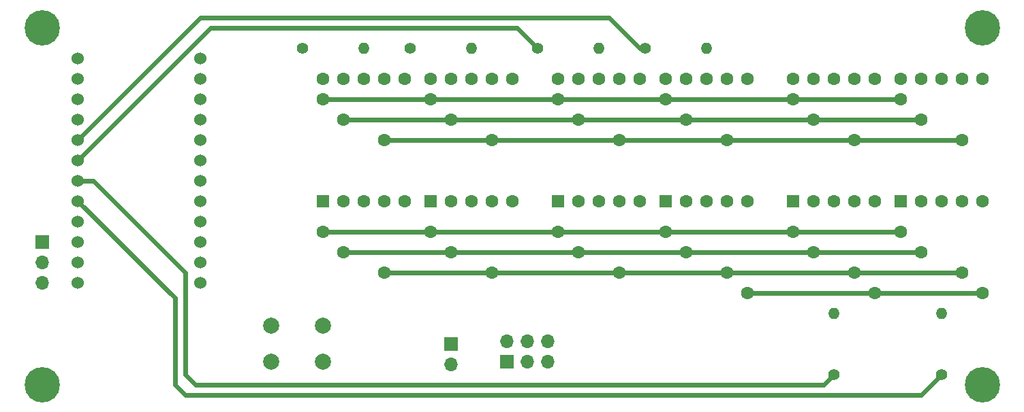
<source format=gbr>
%TF.GenerationSoftware,KiCad,Pcbnew,7.0.7*%
%TF.CreationDate,2023-10-03T13:41:01-05:00*%
%TF.ProjectId,Asus Qcode,41737573-2051-4636-9f64-652e6b696361,rev?*%
%TF.SameCoordinates,Original*%
%TF.FileFunction,Copper,L1,Top*%
%TF.FilePolarity,Positive*%
%FSLAX46Y46*%
G04 Gerber Fmt 4.6, Leading zero omitted, Abs format (unit mm)*
G04 Created by KiCad (PCBNEW 7.0.7) date 2023-10-03 13:41:01*
%MOMM*%
%LPD*%
G01*
G04 APERTURE LIST*
%TA.AperFunction,ComponentPad*%
%ADD10C,1.400000*%
%TD*%
%TA.AperFunction,ComponentPad*%
%ADD11O,1.400000X1.400000*%
%TD*%
%TA.AperFunction,ComponentPad*%
%ADD12R,1.600000X1.600000*%
%TD*%
%TA.AperFunction,ComponentPad*%
%ADD13C,1.600000*%
%TD*%
%TA.AperFunction,ComponentPad*%
%ADD14C,1.524000*%
%TD*%
%TA.AperFunction,ComponentPad*%
%ADD15C,4.400000*%
%TD*%
%TA.AperFunction,ComponentPad*%
%ADD16C,2.000000*%
%TD*%
%TA.AperFunction,ComponentPad*%
%ADD17R,1.700000X1.700000*%
%TD*%
%TA.AperFunction,ComponentPad*%
%ADD18O,1.700000X1.700000*%
%TD*%
%TA.AperFunction,ViaPad*%
%ADD19C,1.600000*%
%TD*%
%TA.AperFunction,Conductor*%
%ADD20C,0.600000*%
%TD*%
G04 APERTURE END LIST*
D10*
%TO.P,R6,1*%
%TO.N,Net-(uP1-PC3{slash}A3)*%
X127000000Y-58420000D03*
D11*
%TO.P,R6,2*%
%TO.N,/dsp6*%
X127000000Y-50800000D03*
%TD*%
D12*
%TO.P,DSP5,1,e*%
%TO.N,/e*%
X108585000Y-36830000D03*
D13*
%TO.P,DSP5,2,d*%
%TO.N,/d*%
X111125000Y-36830000D03*
%TO.P,DSP5,3,C.A.*%
%TO.N,/dsp5*%
X113665000Y-36830000D03*
%TO.P,DSP5,4,c*%
%TO.N,/c*%
X116205000Y-36830000D03*
%TO.P,DSP5,5,DP*%
%TO.N,/dp*%
X118745000Y-36830000D03*
%TO.P,DSP5,6,b*%
%TO.N,/b*%
X118745000Y-21590000D03*
%TO.P,DSP5,7,a*%
%TO.N,/a*%
X116205000Y-21590000D03*
%TO.P,DSP5,8,C.A.*%
%TO.N,unconnected-(AFF5-C.A.-Pad8)*%
X113665000Y-21590000D03*
%TO.P,DSP5,9,f*%
%TO.N,/f*%
X111125000Y-21590000D03*
%TO.P,DSP5,10,g*%
%TO.N,/g*%
X108585000Y-21590000D03*
%TD*%
D14*
%TO.P,uP1,7,TX0_D1*%
%TO.N,unconnected-(uP1-TX0_D1-Pad7)*%
X34925000Y-46990000D03*
%TO.P,uP1,8,RX_D0*%
%TO.N,Net-(J1-SOUTC_P80)*%
X34925000Y-44450000D03*
%TO.P,uP1,9,RESET*%
%TO.N,unconnected-(uP1-RESET-Pad9)*%
X34925000Y-41910000D03*
%TO.P,uP1,10,GND*%
%TO.N,GND*%
X34925000Y-39370000D03*
%TO.P,uP1,11,PD2*%
%TO.N,/dp*%
X34925000Y-36830000D03*
%TO.P,uP1,12,PD3*%
%TO.N,/c*%
X34925000Y-34290000D03*
%TO.P,uP1,13,PD4*%
%TO.N,/d*%
X34925000Y-31750000D03*
%TO.P,uP1,14,PD5*%
%TO.N,/e*%
X34925000Y-29210000D03*
%TO.P,uP1,15,PD6*%
%TO.N,/b*%
X34925000Y-26670000D03*
%TO.P,uP1,16,PD7*%
%TO.N,/a*%
X34925000Y-24130000D03*
%TO.P,uP1,17,PB0*%
%TO.N,/f*%
X34925000Y-21590000D03*
%TO.P,uP1,18,PB1*%
%TO.N,/g*%
X34925000Y-19050000D03*
%TO.P,uP1,19,RAW*%
%TO.N,Net-(J2-Pin_3)*%
X19685000Y-46990000D03*
%TO.P,uP1,20,GND*%
%TO.N,Net-(J2-Pin_2)*%
X19685000Y-44450000D03*
%TO.P,uP1,21,RESET*%
%TO.N,unconnected-(uP1-RESET-Pad21)*%
X19685000Y-41910000D03*
%TO.P,uP1,22,Vcc/5v*%
%TO.N,Net-(J2-Pin_1)*%
X19685000Y-39370000D03*
%TO.P,uP1,23,PC3/A3*%
%TO.N,Net-(uP1-PC3{slash}A3)*%
X19685000Y-36830000D03*
%TO.P,uP1,24,PC2/A2*%
%TO.N,Net-(uP1-PC2{slash}A2)*%
X19685000Y-34290000D03*
%TO.P,uP1,25,PC1/A1*%
%TO.N,Net-(uP1-PC1{slash}A1)*%
X19685000Y-31750000D03*
%TO.P,uP1,26,PC0/A0*%
%TO.N,Net-(uP1-PC0{slash}A0)*%
X19685000Y-29210000D03*
%TO.P,uP1,27,PB5*%
%TO.N,unconnected-(uP1-PB5-Pad27)*%
X19685000Y-26670000D03*
%TO.P,uP1,28,PB4*%
%TO.N,Net-(uP1-PB4)*%
X19685000Y-24130000D03*
%TO.P,uP1,29,PB3*%
%TO.N,Net-(uP1-PB3)*%
X19685000Y-21590000D03*
%TO.P,uP1,30,PB2*%
%TO.N,Net-(uP1-PB2)*%
X19685000Y-19050000D03*
%TD*%
D15*
%TO.P,REF\u002A\u002A,1*%
%TO.N,N/C*%
X132080000Y-59690000D03*
%TD*%
D16*
%TO.P,SW1,1,1*%
%TO.N,Net-(uP1-PB4)*%
X50165000Y-56860000D03*
X43665000Y-56860000D03*
%TO.P,SW1,2,2*%
%TO.N,GND*%
X50165000Y-52360000D03*
X43665000Y-52360000D03*
%TD*%
D12*
%TO.P,DSP6,1,e*%
%TO.N,/e*%
X121920000Y-36830000D03*
D13*
%TO.P,DSP6,2,d*%
%TO.N,/d*%
X124460000Y-36830000D03*
%TO.P,DSP6,3,C.A.*%
%TO.N,/dsp6*%
X127000000Y-36830000D03*
%TO.P,DSP6,4,c*%
%TO.N,/c*%
X129540000Y-36830000D03*
%TO.P,DSP6,5,DP*%
%TO.N,/dp*%
X132080000Y-36830000D03*
%TO.P,DSP6,6,b*%
%TO.N,/b*%
X132080000Y-21590000D03*
%TO.P,DSP6,7,a*%
%TO.N,/a*%
X129540000Y-21590000D03*
%TO.P,DSP6,8,C.A.*%
%TO.N,unconnected-(AFF6-C.A.-Pad8)*%
X127000000Y-21590000D03*
%TO.P,DSP6,9,f*%
%TO.N,/f*%
X124460000Y-21590000D03*
%TO.P,DSP6,10,g*%
%TO.N,/g*%
X121920000Y-21590000D03*
%TD*%
D17*
%TO.P,J1,1,SOUTC_P80*%
%TO.N,Net-(J1-SOUTC_P80)*%
X73025000Y-56860000D03*
D18*
%TO.P,J1,2,GND*%
%TO.N,GND*%
X73025000Y-54320000D03*
%TO.P,J1,3*%
%TO.N,N/C*%
X75565000Y-56860000D03*
%TO.P,J1,4,GND*%
%TO.N,GND*%
X75565000Y-54320000D03*
%TO.P,J1,5,+3.3V*%
%TO.N,unconnected-(J1-+3.3V-Pad5)*%
X78105000Y-56860000D03*
%TO.P,J1,6,O_COM_TXD1*%
%TO.N,unconnected-(J1-O_COM_TXD1-Pad6)*%
X78105000Y-54320000D03*
%TD*%
D17*
%TO.P,J2,1,Pin_1*%
%TO.N,Net-(J2-Pin_1)*%
X15240000Y-41910000D03*
D18*
%TO.P,J2,2,Pin_2*%
%TO.N,Net-(J2-Pin_2)*%
X15240000Y-44450000D03*
%TO.P,J2,3,Pin_3*%
%TO.N,Net-(J2-Pin_3)*%
X15240000Y-46990000D03*
%TD*%
D15*
%TO.P,REF\u002A\u002A,1*%
%TO.N,N/C*%
X132080000Y-15240000D03*
%TD*%
D10*
%TO.P,R1,1*%
%TO.N,Net-(uP1-PB3)*%
X47625000Y-17780000D03*
D11*
%TO.P,R1,2*%
%TO.N,/dsp1*%
X55245000Y-17780000D03*
%TD*%
D15*
%TO.P,REF\u002A\u002A,1*%
%TO.N,N/C*%
X15240000Y-59690000D03*
%TD*%
D10*
%TO.P,R5,1*%
%TO.N,Net-(uP1-PC2{slash}A2)*%
X113665000Y-58420000D03*
D11*
%TO.P,R5,2*%
%TO.N,/dsp5*%
X113665000Y-50800000D03*
%TD*%
D12*
%TO.P,DSP2,1,e*%
%TO.N,/e*%
X63500000Y-36830000D03*
D13*
%TO.P,DSP2,2,d*%
%TO.N,/d*%
X66040000Y-36830000D03*
%TO.P,DSP2,3,C.A.*%
%TO.N,unconnected-(AFF2-C.A.-Pad3)*%
X68580000Y-36830000D03*
%TO.P,DSP2,4,c*%
%TO.N,/c*%
X71120000Y-36830000D03*
%TO.P,DSP2,5,DP*%
%TO.N,/dp*%
X73660000Y-36830000D03*
%TO.P,DSP2,6,b*%
%TO.N,/b*%
X73660000Y-21590000D03*
%TO.P,DSP2,7,a*%
%TO.N,/a*%
X71120000Y-21590000D03*
%TO.P,DSP2,8,C.A.*%
%TO.N,/dsp2*%
X68580000Y-21590000D03*
%TO.P,DSP2,9,f*%
%TO.N,/f*%
X66040000Y-21590000D03*
%TO.P,DSP2,10,g*%
%TO.N,/g*%
X63500000Y-21590000D03*
%TD*%
D12*
%TO.P,DSP3,1,e*%
%TO.N,/e*%
X79375000Y-36830000D03*
D13*
%TO.P,DSP3,2,d*%
%TO.N,/d*%
X81915000Y-36830000D03*
%TO.P,DSP3,3,C.A.*%
%TO.N,unconnected-(AFF3-C.A.-Pad3)*%
X84455000Y-36830000D03*
%TO.P,DSP3,4,c*%
%TO.N,/c*%
X86995000Y-36830000D03*
%TO.P,DSP3,5,DP*%
%TO.N,/dp*%
X89535000Y-36830000D03*
%TO.P,DSP3,6,b*%
%TO.N,/b*%
X89535000Y-21590000D03*
%TO.P,DSP3,7,a*%
%TO.N,/a*%
X86995000Y-21590000D03*
%TO.P,DSP3,8,C.A.*%
%TO.N,/dsp3*%
X84455000Y-21590000D03*
%TO.P,DSP3,9,f*%
%TO.N,/f*%
X81915000Y-21590000D03*
%TO.P,DSP3,10,g*%
%TO.N,/g*%
X79375000Y-21590000D03*
%TD*%
D12*
%TO.P,DSP4,1,e*%
%TO.N,/e*%
X92710000Y-36830000D03*
D13*
%TO.P,DSP4,2,d*%
%TO.N,/d*%
X95250000Y-36830000D03*
%TO.P,DSP4,3,C.A.*%
%TO.N,unconnected-(AFF4-C.A.-Pad3)*%
X97790000Y-36830000D03*
%TO.P,DSP4,4,c*%
%TO.N,/c*%
X100330000Y-36830000D03*
%TO.P,DSP4,5,DP*%
%TO.N,/dp*%
X102870000Y-36830000D03*
%TO.P,DSP4,6,b*%
%TO.N,/b*%
X102870000Y-21590000D03*
%TO.P,DSP4,7,a*%
%TO.N,/a*%
X100330000Y-21590000D03*
%TO.P,DSP4,8,C.A.*%
%TO.N,/dsp4*%
X97790000Y-21590000D03*
%TO.P,DSP4,9,f*%
%TO.N,/f*%
X95250000Y-21590000D03*
%TO.P,DSP4,10,g*%
%TO.N,/g*%
X92710000Y-21590000D03*
%TD*%
D10*
%TO.P,R2,1*%
%TO.N,Net-(uP1-PB2)*%
X60960000Y-17780000D03*
D11*
%TO.P,R2,2*%
%TO.N,/dsp2*%
X68580000Y-17780000D03*
%TD*%
D12*
%TO.P,DSP1,1,e*%
%TO.N,/e*%
X50165000Y-36830000D03*
D13*
%TO.P,DSP1,2,d*%
%TO.N,/d*%
X52705000Y-36830000D03*
%TO.P,DSP1,3,C.A.*%
%TO.N,unconnected-(AFF1-C.A.-Pad3)*%
X55245000Y-36830000D03*
%TO.P,DSP1,4,c*%
%TO.N,/c*%
X57785000Y-36830000D03*
%TO.P,DSP1,5,DP*%
%TO.N,/dp*%
X60325000Y-36830000D03*
%TO.P,DSP1,6,b*%
%TO.N,/b*%
X60325000Y-21590000D03*
%TO.P,DSP1,7,a*%
%TO.N,/a*%
X57785000Y-21590000D03*
%TO.P,DSP1,8,C.A.*%
%TO.N,/dsp1*%
X55245000Y-21590000D03*
%TO.P,DSP1,9,f*%
%TO.N,/f*%
X52705000Y-21590000D03*
%TO.P,DSP1,10,g*%
%TO.N,/g*%
X50165000Y-21590000D03*
%TD*%
D10*
%TO.P,R3,1*%
%TO.N,Net-(uP1-PC0{slash}A0)*%
X90170000Y-17780000D03*
D11*
%TO.P,R3,2*%
%TO.N,/dsp4*%
X97790000Y-17780000D03*
%TD*%
D17*
%TO.P,J3,1,Pin_1*%
%TO.N,GND*%
X66040000Y-54610000D03*
D18*
%TO.P,J3,2,Pin_2*%
%TO.N,Net-(J1-SOUTC_P80)*%
X66040000Y-57150000D03*
%TD*%
D15*
%TO.P,REF\u002A\u002A,1*%
%TO.N,N/C*%
X15240000Y-15240000D03*
%TD*%
D10*
%TO.P,R4,1*%
%TO.N,Net-(uP1-PC1{slash}A1)*%
X76835000Y-17780000D03*
D11*
%TO.P,R4,2*%
%TO.N,/dsp3*%
X84455000Y-17780000D03*
%TD*%
D19*
%TO.N,/e*%
X50165000Y-40640000D03*
X79375000Y-40640000D03*
X63500000Y-40640000D03*
X108585000Y-40640000D03*
X121920000Y-40640000D03*
X92710000Y-40640000D03*
%TO.N,/d*%
X52705000Y-43180000D03*
X111125000Y-43180000D03*
X66040000Y-43180000D03*
X81915000Y-43180000D03*
X95250000Y-43180000D03*
X124460000Y-43180000D03*
%TO.N,/c*%
X71120000Y-45720000D03*
X100330000Y-45720000D03*
X86995000Y-45720000D03*
X129540000Y-45720000D03*
X116205000Y-45720000D03*
X57785000Y-45720000D03*
%TO.N,/dp*%
X118745000Y-48260000D03*
X102870000Y-48260000D03*
X132080000Y-48260000D03*
%TO.N,/a*%
X129540000Y-29210000D03*
X57785000Y-29210000D03*
X86995000Y-29210000D03*
X71120000Y-29210000D03*
X100330000Y-29210000D03*
X116205000Y-29210000D03*
%TO.N,/f*%
X95250000Y-26670000D03*
X124460000Y-26670000D03*
X111125000Y-26670000D03*
X52705000Y-26670000D03*
X66040000Y-26670000D03*
X81915000Y-26670000D03*
%TO.N,/g*%
X108585000Y-24130000D03*
X121920000Y-24130000D03*
X50165000Y-24130000D03*
X92710000Y-24130000D03*
X63500000Y-24130000D03*
X79375000Y-24130000D03*
%TD*%
D20*
%TO.N,/e*%
X50165000Y-40640000D02*
X63500000Y-40640000D01*
X79375000Y-40640000D02*
X92710000Y-40640000D01*
X108585000Y-40640000D02*
X121920000Y-40640000D01*
X63500000Y-40640000D02*
X80010000Y-40640000D01*
X92710000Y-40640000D02*
X108585000Y-40640000D01*
%TO.N,/d*%
X111125000Y-43180000D02*
X124460000Y-43180000D01*
X81915000Y-43180000D02*
X95250000Y-43180000D01*
X66040000Y-43180000D02*
X82550000Y-43180000D01*
X95250000Y-43180000D02*
X111125000Y-43180000D01*
X52705000Y-43180000D02*
X66040000Y-43180000D01*
%TO.N,/c*%
X116205000Y-45720000D02*
X129540000Y-45720000D01*
X57785000Y-45720000D02*
X71120000Y-45720000D01*
X86995000Y-45720000D02*
X100330000Y-45720000D01*
X100330000Y-45720000D02*
X116205000Y-45720000D01*
X71120000Y-45720000D02*
X87630000Y-45720000D01*
%TO.N,/dp*%
X102870000Y-48260000D02*
X118745000Y-48260000D01*
X118745000Y-48260000D02*
X132080000Y-48260000D01*
%TO.N,/a*%
X57785000Y-29210000D02*
X71120000Y-29210000D01*
X71120000Y-29210000D02*
X87630000Y-29210000D01*
X86995000Y-29210000D02*
X100330000Y-29210000D01*
X116205000Y-29210000D02*
X129540000Y-29210000D01*
X100330000Y-29210000D02*
X116205000Y-29210000D01*
%TO.N,/f*%
X66040000Y-26670000D02*
X82550000Y-26670000D01*
X95250000Y-26670000D02*
X111125000Y-26670000D01*
X52705000Y-26670000D02*
X66040000Y-26670000D01*
X111125000Y-26670000D02*
X124460000Y-26670000D01*
X81915000Y-26670000D02*
X95250000Y-26670000D01*
%TO.N,/g*%
X63500000Y-24130000D02*
X80010000Y-24130000D01*
X50165000Y-24130000D02*
X63500000Y-24130000D01*
X108585000Y-24130000D02*
X121920000Y-24130000D01*
X79375000Y-24130000D02*
X92710000Y-24130000D01*
X92710000Y-24130000D02*
X108585000Y-24130000D01*
%TO.N,Net-(uP1-PC0{slash}A0)*%
X34925000Y-13970000D02*
X85725000Y-13970000D01*
X19685000Y-29210000D02*
X34925000Y-13970000D01*
X85725000Y-13970000D02*
X89535000Y-17780000D01*
%TO.N,Net-(uP1-PC1{slash}A1)*%
X19685000Y-31750000D02*
X36195000Y-15240000D01*
X36195000Y-15240000D02*
X74295000Y-15240000D01*
X74295000Y-15240000D02*
X76835000Y-17780000D01*
%TO.N,Net-(uP1-PC2{slash}A2)*%
X33020000Y-58420000D02*
X34290000Y-59690000D01*
X21590000Y-34290000D02*
X33020000Y-45720000D01*
X34290000Y-59690000D02*
X112395000Y-59690000D01*
X33020000Y-45720000D02*
X33020000Y-58420000D01*
X112395000Y-59690000D02*
X113665000Y-58420000D01*
X19685000Y-34290000D02*
X21590000Y-34290000D01*
%TO.N,Net-(uP1-PC3{slash}A3)*%
X19685000Y-36830000D02*
X31750000Y-48895000D01*
X124460000Y-60960000D02*
X127000000Y-58420000D01*
X33020000Y-60960000D02*
X124460000Y-60960000D01*
X31750000Y-48895000D02*
X31750000Y-59690000D01*
X31750000Y-59690000D02*
X33020000Y-60960000D01*
%TD*%
M02*

</source>
